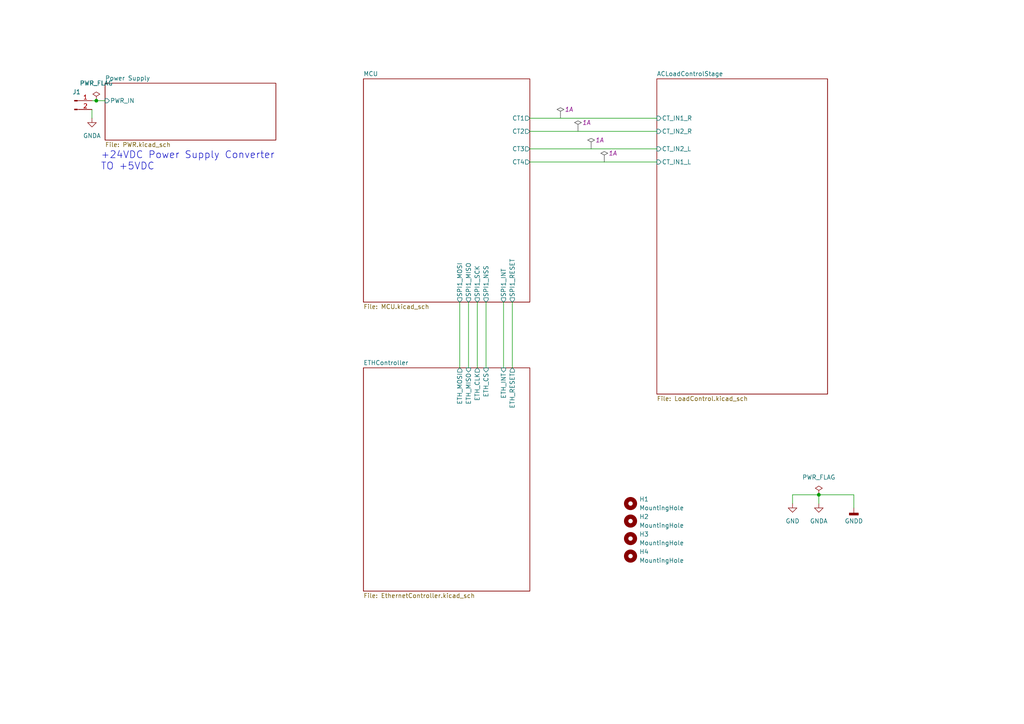
<source format=kicad_sch>
(kicad_sch (version 20230121) (generator eeschema)

  (uuid 8b26b071-6d20-4c0c-9c0f-ae0c3d2c6e7d)

  (paper "A4")

  (lib_symbols
    (symbol "Connector:Conn_01x02_Pin" (pin_names (offset 1.016) hide) (in_bom yes) (on_board yes)
      (property "Reference" "J" (at 0 2.54 0)
        (effects (font (size 1.27 1.27)))
      )
      (property "Value" "Conn_01x02_Pin" (at 0 -5.08 0)
        (effects (font (size 1.27 1.27)))
      )
      (property "Footprint" "" (at 0 0 0)
        (effects (font (size 1.27 1.27)) hide)
      )
      (property "Datasheet" "~" (at 0 0 0)
        (effects (font (size 1.27 1.27)) hide)
      )
      (property "ki_locked" "" (at 0 0 0)
        (effects (font (size 1.27 1.27)))
      )
      (property "ki_keywords" "connector" (at 0 0 0)
        (effects (font (size 1.27 1.27)) hide)
      )
      (property "ki_description" "Generic connector, single row, 01x02, script generated" (at 0 0 0)
        (effects (font (size 1.27 1.27)) hide)
      )
      (property "ki_fp_filters" "Connector*:*_1x??_*" (at 0 0 0)
        (effects (font (size 1.27 1.27)) hide)
      )
      (symbol "Conn_01x02_Pin_1_1"
        (polyline
          (pts
            (xy 1.27 -2.54)
            (xy 0.8636 -2.54)
          )
          (stroke (width 0.1524) (type default))
          (fill (type none))
        )
        (polyline
          (pts
            (xy 1.27 0)
            (xy 0.8636 0)
          )
          (stroke (width 0.1524) (type default))
          (fill (type none))
        )
        (rectangle (start 0.8636 -2.413) (end 0 -2.667)
          (stroke (width 0.1524) (type default))
          (fill (type outline))
        )
        (rectangle (start 0.8636 0.127) (end 0 -0.127)
          (stroke (width 0.1524) (type default))
          (fill (type outline))
        )
        (pin passive line (at 5.08 0 180) (length 3.81)
          (name "Pin_1" (effects (font (size 1.27 1.27))))
          (number "1" (effects (font (size 1.27 1.27))))
        )
        (pin passive line (at 5.08 -2.54 180) (length 3.81)
          (name "Pin_2" (effects (font (size 1.27 1.27))))
          (number "2" (effects (font (size 1.27 1.27))))
        )
      )
    )
    (symbol "Mechanical:MountingHole" (pin_names (offset 1.016)) (in_bom yes) (on_board yes)
      (property "Reference" "H" (at 0 5.08 0)
        (effects (font (size 1.27 1.27)))
      )
      (property "Value" "MountingHole" (at 0 3.175 0)
        (effects (font (size 1.27 1.27)))
      )
      (property "Footprint" "" (at 0 0 0)
        (effects (font (size 1.27 1.27)) hide)
      )
      (property "Datasheet" "~" (at 0 0 0)
        (effects (font (size 1.27 1.27)) hide)
      )
      (property "ki_keywords" "mounting hole" (at 0 0 0)
        (effects (font (size 1.27 1.27)) hide)
      )
      (property "ki_description" "Mounting Hole without connection" (at 0 0 0)
        (effects (font (size 1.27 1.27)) hide)
      )
      (property "ki_fp_filters" "MountingHole*" (at 0 0 0)
        (effects (font (size 1.27 1.27)) hide)
      )
      (symbol "MountingHole_0_1"
        (circle (center 0 0) (radius 1.27)
          (stroke (width 1.27) (type default))
          (fill (type none))
        )
      )
    )
    (symbol "power:GND" (power) (pin_names (offset 0)) (in_bom yes) (on_board yes)
      (property "Reference" "#PWR" (at 0 -6.35 0)
        (effects (font (size 1.27 1.27)) hide)
      )
      (property "Value" "GND" (at 0 -3.81 0)
        (effects (font (size 1.27 1.27)))
      )
      (property "Footprint" "" (at 0 0 0)
        (effects (font (size 1.27 1.27)) hide)
      )
      (property "Datasheet" "" (at 0 0 0)
        (effects (font (size 1.27 1.27)) hide)
      )
      (property "ki_keywords" "global power" (at 0 0 0)
        (effects (font (size 1.27 1.27)) hide)
      )
      (property "ki_description" "Power symbol creates a global label with name \"GND\" , ground" (at 0 0 0)
        (effects (font (size 1.27 1.27)) hide)
      )
      (symbol "GND_0_1"
        (polyline
          (pts
            (xy 0 0)
            (xy 0 -1.27)
            (xy 1.27 -1.27)
            (xy 0 -2.54)
            (xy -1.27 -1.27)
            (xy 0 -1.27)
          )
          (stroke (width 0) (type default))
          (fill (type none))
        )
      )
      (symbol "GND_1_1"
        (pin power_in line (at 0 0 270) (length 0) hide
          (name "GND" (effects (font (size 1.27 1.27))))
          (number "1" (effects (font (size 1.27 1.27))))
        )
      )
    )
    (symbol "power:GNDA" (power) (pin_names (offset 0)) (in_bom yes) (on_board yes)
      (property "Reference" "#PWR" (at 0 -6.35 0)
        (effects (font (size 1.27 1.27)) hide)
      )
      (property "Value" "GNDA" (at 0 -3.81 0)
        (effects (font (size 1.27 1.27)))
      )
      (property "Footprint" "" (at 0 0 0)
        (effects (font (size 1.27 1.27)) hide)
      )
      (property "Datasheet" "" (at 0 0 0)
        (effects (font (size 1.27 1.27)) hide)
      )
      (property "ki_keywords" "global power" (at 0 0 0)
        (effects (font (size 1.27 1.27)) hide)
      )
      (property "ki_description" "Power symbol creates a global label with name \"GNDA\" , analog ground" (at 0 0 0)
        (effects (font (size 1.27 1.27)) hide)
      )
      (symbol "GNDA_0_1"
        (polyline
          (pts
            (xy 0 0)
            (xy 0 -1.27)
            (xy 1.27 -1.27)
            (xy 0 -2.54)
            (xy -1.27 -1.27)
            (xy 0 -1.27)
          )
          (stroke (width 0) (type default))
          (fill (type none))
        )
      )
      (symbol "GNDA_1_1"
        (pin power_in line (at 0 0 270) (length 0) hide
          (name "GNDA" (effects (font (size 1.27 1.27))))
          (number "1" (effects (font (size 1.27 1.27))))
        )
      )
    )
    (symbol "power:GNDD" (power) (pin_names (offset 0)) (in_bom yes) (on_board yes)
      (property "Reference" "#PWR" (at 0 -6.35 0)
        (effects (font (size 1.27 1.27)) hide)
      )
      (property "Value" "GNDD" (at 0 -3.175 0)
        (effects (font (size 1.27 1.27)))
      )
      (property "Footprint" "" (at 0 0 0)
        (effects (font (size 1.27 1.27)) hide)
      )
      (property "Datasheet" "" (at 0 0 0)
        (effects (font (size 1.27 1.27)) hide)
      )
      (property "ki_keywords" "global power" (at 0 0 0)
        (effects (font (size 1.27 1.27)) hide)
      )
      (property "ki_description" "Power symbol creates a global label with name \"GNDD\" , digital ground" (at 0 0 0)
        (effects (font (size 1.27 1.27)) hide)
      )
      (symbol "GNDD_0_1"
        (rectangle (start -1.27 -1.524) (end 1.27 -2.032)
          (stroke (width 0.254) (type default))
          (fill (type outline))
        )
        (polyline
          (pts
            (xy 0 0)
            (xy 0 -1.524)
          )
          (stroke (width 0) (type default))
          (fill (type none))
        )
      )
      (symbol "GNDD_1_1"
        (pin power_in line (at 0 0 270) (length 0) hide
          (name "GNDD" (effects (font (size 1.27 1.27))))
          (number "1" (effects (font (size 1.27 1.27))))
        )
      )
    )
    (symbol "power:PWR_FLAG" (power) (pin_numbers hide) (pin_names (offset 0) hide) (in_bom yes) (on_board yes)
      (property "Reference" "#FLG" (at 0 1.905 0)
        (effects (font (size 1.27 1.27)) hide)
      )
      (property "Value" "PWR_FLAG" (at 0 3.81 0)
        (effects (font (size 1.27 1.27)))
      )
      (property "Footprint" "" (at 0 0 0)
        (effects (font (size 1.27 1.27)) hide)
      )
      (property "Datasheet" "~" (at 0 0 0)
        (effects (font (size 1.27 1.27)) hide)
      )
      (property "ki_keywords" "flag power" (at 0 0 0)
        (effects (font (size 1.27 1.27)) hide)
      )
      (property "ki_description" "Special symbol for telling ERC where power comes from" (at 0 0 0)
        (effects (font (size 1.27 1.27)) hide)
      )
      (symbol "PWR_FLAG_0_0"
        (pin power_out line (at 0 0 90) (length 0)
          (name "pwr" (effects (font (size 1.27 1.27))))
          (number "1" (effects (font (size 1.27 1.27))))
        )
      )
      (symbol "PWR_FLAG_0_1"
        (polyline
          (pts
            (xy 0 0)
            (xy 0 1.27)
            (xy -1.016 1.905)
            (xy 0 2.54)
            (xy 1.016 1.905)
            (xy 0 1.27)
          )
          (stroke (width 0) (type default))
          (fill (type none))
        )
      )
    )
  )

  (junction (at 237.49 143.51) (diameter 0) (color 0 0 0 0)
    (uuid 1e403f5e-5f73-4248-9e5c-09437ddf0cf9)
  )
  (junction (at 27.94 29.21) (diameter 0) (color 0 0 0 0)
    (uuid 4f61dd05-2fbd-48f4-9887-3d1fea4a117c)
  )

  (wire (pts (xy 133.35 87.63) (xy 133.35 106.68))
    (stroke (width 0) (type default))
    (uuid 0e9bee04-33fd-4e45-a8c4-6a76a1c1b42f)
  )
  (wire (pts (xy 26.67 29.21) (xy 27.94 29.21))
    (stroke (width 0) (type default))
    (uuid 1383ee76-2198-4aa3-9187-ba51f7db6172)
  )
  (wire (pts (xy 247.65 147.32) (xy 247.65 143.51))
    (stroke (width 0) (type default))
    (uuid 1f98d848-d4cf-429e-911a-1b78769edcff)
  )
  (wire (pts (xy 140.97 87.63) (xy 140.97 106.68))
    (stroke (width 0) (type default))
    (uuid 24fc6b8a-4ee7-49ef-b871-9cace5665549)
  )
  (wire (pts (xy 146.05 87.63) (xy 146.05 106.68))
    (stroke (width 0) (type default))
    (uuid 2fb15fae-c547-420c-a6ed-2228ea462124)
  )
  (wire (pts (xy 153.67 46.99) (xy 190.5 46.99))
    (stroke (width 0) (type default))
    (uuid 3904ed09-3f91-4695-a662-e51b95cbf4ac)
  )
  (wire (pts (xy 138.43 87.63) (xy 138.43 106.68))
    (stroke (width 0) (type default))
    (uuid 3df83e82-aa27-4a6a-80cb-fc7d84894dc0)
  )
  (wire (pts (xy 148.59 87.63) (xy 148.59 106.68))
    (stroke (width 0) (type default))
    (uuid 47622b96-f9c9-42c0-96ab-d52549f3ae91)
  )
  (wire (pts (xy 26.67 31.75) (xy 26.67 34.29))
    (stroke (width 0) (type default))
    (uuid 6cf23649-653c-4b06-bb2b-9c4394cce4cc)
  )
  (wire (pts (xy 237.49 143.51) (xy 229.87 143.51))
    (stroke (width 0) (type default))
    (uuid 823504d9-f3e4-4ddf-aff9-97bf1ceb0fc0)
  )
  (wire (pts (xy 153.67 43.18) (xy 190.5 43.18))
    (stroke (width 0) (type default))
    (uuid 9210a195-7681-4b7a-9bdc-ea7f7eac0104)
  )
  (wire (pts (xy 153.67 34.29) (xy 190.5 34.29))
    (stroke (width 0) (type default))
    (uuid 94901c82-8c6d-4584-b8d0-99d6aefdce34)
  )
  (wire (pts (xy 247.65 143.51) (xy 237.49 143.51))
    (stroke (width 0) (type default))
    (uuid 9c44c3c6-1dae-4c63-97b9-6f0f0771a498)
  )
  (wire (pts (xy 135.89 87.63) (xy 135.89 106.68))
    (stroke (width 0) (type default))
    (uuid a2a209d8-59a2-4dd6-aad3-cda925c9ccc6)
  )
  (wire (pts (xy 153.67 38.1) (xy 190.5 38.1))
    (stroke (width 0) (type default))
    (uuid cde4119d-6ed2-4c6d-969d-14a144cfeb50)
  )
  (wire (pts (xy 229.87 143.51) (xy 229.87 146.05))
    (stroke (width 0) (type default))
    (uuid d45b1606-b0f0-41e2-adf1-2b3da5c9ed90)
  )
  (wire (pts (xy 237.49 143.51) (xy 237.49 146.05))
    (stroke (width 0) (type default))
    (uuid d9906c48-1a24-407f-9579-3d81f9f8a38c)
  )
  (wire (pts (xy 27.94 29.21) (xy 30.48 29.21))
    (stroke (width 0) (type default))
    (uuid e556f74d-289d-44b5-b2e5-8d1e26d0d473)
  )

  (text "+24VDC Power Supply Converter\nTO +5VDC" (at 29.21 49.53 0)
    (effects (font (size 2.032 2.032)) (justify left bottom))
    (uuid ffef9475-6ae4-4f2b-8822-e2b02ddc915c)
  )

  (netclass_flag "" (length 2.54) (shape diamond) (at 162.56 34.29 0) (fields_autoplaced)
    (effects (font (size 1.27 1.27)) (justify left bottom))
    (uuid 238d7cbe-6081-4419-9eb6-c8b0e7d463d2)
    (property "Netclass" "1A" (at 163.7665 31.75 0)
      (effects (font (size 1.27 1.27) italic) (justify left))
    )
  )
  (netclass_flag "" (length 2.54) (shape diamond) (at 171.45 43.18 0) (fields_autoplaced)
    (effects (font (size 1.27 1.27)) (justify left bottom))
    (uuid 3297e22d-a013-42b3-8b5c-4856df546b2f)
    (property "Netclass" "1A" (at 172.6565 40.64 0)
      (effects (font (size 1.27 1.27) italic) (justify left))
    )
  )
  (netclass_flag "" (length 2.54) (shape diamond) (at 167.64 38.1 0) (fields_autoplaced)
    (effects (font (size 1.27 1.27)) (justify left bottom))
    (uuid 8ccdd63e-20fa-488e-90f7-76ee2afb7364)
    (property "Netclass" "1A" (at 168.8465 35.56 0)
      (effects (font (size 1.27 1.27) italic) (justify left))
    )
  )
  (netclass_flag "" (length 2.54) (shape diamond) (at 175.26 46.99 0) (fields_autoplaced)
    (effects (font (size 1.27 1.27)) (justify left bottom))
    (uuid 8f60bd53-55e8-4646-889e-5b03cf834aeb)
    (property "Netclass" "1A" (at 176.4665 44.45 0)
      (effects (font (size 1.27 1.27) italic) (justify left))
    )
  )

  (symbol (lib_id "Mechanical:MountingHole") (at 182.88 156.21 0) (unit 1)
    (in_bom yes) (on_board yes) (dnp no) (fields_autoplaced)
    (uuid 23bd6bde-cb04-4340-a558-6456c1c47f0e)
    (property "Reference" "H3" (at 185.42 154.94 0)
      (effects (font (size 1.27 1.27)) (justify left))
    )
    (property "Value" "MountingHole" (at 185.42 157.48 0)
      (effects (font (size 1.27 1.27)) (justify left))
    )
    (property "Footprint" "MountingHole:MountingHole_3.2mm_M3" (at 182.88 156.21 0)
      (effects (font (size 1.27 1.27)) hide)
    )
    (property "Datasheet" "~" (at 182.88 156.21 0)
      (effects (font (size 1.27 1.27)) hide)
    )
    (instances
      (project "LoadController"
        (path "/8b26b071-6d20-4c0c-9c0f-ae0c3d2c6e7d"
          (reference "H3") (unit 1)
        )
      )
    )
  )

  (symbol (lib_id "power:GNDA") (at 237.49 146.05 0) (unit 1)
    (in_bom yes) (on_board yes) (dnp no) (fields_autoplaced)
    (uuid 303fe865-7fe6-4b7d-b7ea-dd9c8a8b4c94)
    (property "Reference" "#PWR03" (at 237.49 152.4 0)
      (effects (font (size 1.27 1.27)) hide)
    )
    (property "Value" "GNDA" (at 237.49 151.13 0)
      (effects (font (size 1.27 1.27)))
    )
    (property "Footprint" "" (at 237.49 146.05 0)
      (effects (font (size 1.27 1.27)) hide)
    )
    (property "Datasheet" "" (at 237.49 146.05 0)
      (effects (font (size 1.27 1.27)) hide)
    )
    (pin "1" (uuid 34192a69-ed95-4f28-92c2-259beb32443b))
    (instances
      (project "LoadController"
        (path "/8b26b071-6d20-4c0c-9c0f-ae0c3d2c6e7d"
          (reference "#PWR03") (unit 1)
        )
      )
    )
  )

  (symbol (lib_id "Mechanical:MountingHole") (at 182.88 151.13 0) (unit 1)
    (in_bom yes) (on_board yes) (dnp no) (fields_autoplaced)
    (uuid 45e35d7d-f2e3-41a8-97ac-d9189f6db861)
    (property "Reference" "H2" (at 185.42 149.86 0)
      (effects (font (size 1.27 1.27)) (justify left))
    )
    (property "Value" "MountingHole" (at 185.42 152.4 0)
      (effects (font (size 1.27 1.27)) (justify left))
    )
    (property "Footprint" "MountingHole:MountingHole_3.2mm_M3" (at 182.88 151.13 0)
      (effects (font (size 1.27 1.27)) hide)
    )
    (property "Datasheet" "~" (at 182.88 151.13 0)
      (effects (font (size 1.27 1.27)) hide)
    )
    (instances
      (project "LoadController"
        (path "/8b26b071-6d20-4c0c-9c0f-ae0c3d2c6e7d"
          (reference "H2") (unit 1)
        )
      )
    )
  )

  (symbol (lib_id "Connector:Conn_01x02_Pin") (at 21.59 29.21 0) (unit 1)
    (in_bom yes) (on_board yes) (dnp no) (fields_autoplaced)
    (uuid 5f1e522d-a5b3-40aa-ba64-0a24ce04a671)
    (property "Reference" "J1" (at 22.225 26.67 0)
      (effects (font (size 1.27 1.27)))
    )
    (property "Value" "Conn_01x02_Pin" (at 22.225 26.67 0)
      (effects (font (size 1.27 1.27)) hide)
    )
    (property "Footprint" "Connector_Phoenix_MC_HighVoltage:PhoenixContact_MC_1,5_2-G-5.08_1x02_P5.08mm_Horizontal" (at 21.59 29.21 0)
      (effects (font (size 1.27 1.27)) hide)
    )
    (property "Datasheet" "~" (at 21.59 29.21 0)
      (effects (font (size 1.27 1.27)) hide)
    )
    (pin "1" (uuid ddada7fe-b31a-4392-b333-8ff71bf8f384))
    (pin "2" (uuid 947294bc-c03d-4cc0-b48e-87a75ecc0a0d))
    (instances
      (project "LoadController"
        (path "/8b26b071-6d20-4c0c-9c0f-ae0c3d2c6e7d"
          (reference "J1") (unit 1)
        )
      )
    )
  )

  (symbol (lib_id "power:PWR_FLAG") (at 27.94 29.21 0) (unit 1)
    (in_bom yes) (on_board yes) (dnp no) (fields_autoplaced)
    (uuid 70d7411e-bfc9-45f4-ba93-efe27a52de42)
    (property "Reference" "#FLG03" (at 27.94 27.305 0)
      (effects (font (size 1.27 1.27)) hide)
    )
    (property "Value" "PWR_FLAG" (at 27.94 24.13 0)
      (effects (font (size 1.27 1.27)))
    )
    (property "Footprint" "" (at 27.94 29.21 0)
      (effects (font (size 1.27 1.27)) hide)
    )
    (property "Datasheet" "~" (at 27.94 29.21 0)
      (effects (font (size 1.27 1.27)) hide)
    )
    (pin "1" (uuid 1120e6bd-13d3-4a80-9bf8-592e6497fb02))
    (instances
      (project "LoadController"
        (path "/8b26b071-6d20-4c0c-9c0f-ae0c3d2c6e7d"
          (reference "#FLG03") (unit 1)
        )
      )
    )
  )

  (symbol (lib_id "power:GNDA") (at 26.67 34.29 0) (unit 1)
    (in_bom yes) (on_board yes) (dnp no) (fields_autoplaced)
    (uuid 980bc38f-a3ea-40ad-b376-1f95ec854f09)
    (property "Reference" "#PWR01" (at 26.67 40.64 0)
      (effects (font (size 1.27 1.27)) hide)
    )
    (property "Value" "GNDA" (at 26.67 39.37 0)
      (effects (font (size 1.27 1.27)))
    )
    (property "Footprint" "" (at 26.67 34.29 0)
      (effects (font (size 1.27 1.27)) hide)
    )
    (property "Datasheet" "" (at 26.67 34.29 0)
      (effects (font (size 1.27 1.27)) hide)
    )
    (pin "1" (uuid 352139e2-a00c-4492-9205-a0f0e55ffeb5))
    (instances
      (project "LoadController"
        (path "/8b26b071-6d20-4c0c-9c0f-ae0c3d2c6e7d"
          (reference "#PWR01") (unit 1)
        )
      )
    )
  )

  (symbol (lib_id "Mechanical:MountingHole") (at 182.88 146.05 0) (unit 1)
    (in_bom yes) (on_board yes) (dnp no) (fields_autoplaced)
    (uuid ab310fa8-87b3-47d8-a288-dfa6eb9b4fb5)
    (property "Reference" "H1" (at 185.42 144.78 0)
      (effects (font (size 1.27 1.27)) (justify left))
    )
    (property "Value" "MountingHole" (at 185.42 147.32 0)
      (effects (font (size 1.27 1.27)) (justify left))
    )
    (property "Footprint" "MountingHole:MountingHole_3.2mm_M3" (at 182.88 146.05 0)
      (effects (font (size 1.27 1.27)) hide)
    )
    (property "Datasheet" "~" (at 182.88 146.05 0)
      (effects (font (size 1.27 1.27)) hide)
    )
    (instances
      (project "LoadController"
        (path "/8b26b071-6d20-4c0c-9c0f-ae0c3d2c6e7d"
          (reference "H1") (unit 1)
        )
      )
    )
  )

  (symbol (lib_id "power:GNDD") (at 247.65 147.32 0) (unit 1)
    (in_bom yes) (on_board yes) (dnp no)
    (uuid b4c335b2-25c1-4e42-bc4c-61c1c618d6d8)
    (property "Reference" "#PWR04" (at 247.65 153.67 0)
      (effects (font (size 1.27 1.27)) hide)
    )
    (property "Value" "GNDD" (at 247.65 151.13 0)
      (effects (font (size 1.27 1.27)))
    )
    (property "Footprint" "" (at 247.65 147.32 0)
      (effects (font (size 1.27 1.27)) hide)
    )
    (property "Datasheet" "" (at 247.65 147.32 0)
      (effects (font (size 1.27 1.27)) hide)
    )
    (pin "1" (uuid 846b4175-9ef3-4cd4-aa56-94c85e3110bf))
    (instances
      (project "LoadController"
        (path "/8b26b071-6d20-4c0c-9c0f-ae0c3d2c6e7d"
          (reference "#PWR04") (unit 1)
        )
      )
    )
  )

  (symbol (lib_id "power:PWR_FLAG") (at 237.49 143.51 0) (unit 1)
    (in_bom yes) (on_board yes) (dnp no) (fields_autoplaced)
    (uuid c3b6ee09-ec97-4090-ac77-556c6e12d5ab)
    (property "Reference" "#FLG01" (at 237.49 141.605 0)
      (effects (font (size 1.27 1.27)) hide)
    )
    (property "Value" "PWR_FLAG" (at 237.49 138.43 0)
      (effects (font (size 1.27 1.27)))
    )
    (property "Footprint" "" (at 237.49 143.51 0)
      (effects (font (size 1.27 1.27)) hide)
    )
    (property "Datasheet" "~" (at 237.49 143.51 0)
      (effects (font (size 1.27 1.27)) hide)
    )
    (pin "1" (uuid c46195b3-8097-4c7c-8bb8-e1932155d034))
    (instances
      (project "LoadController"
        (path "/8b26b071-6d20-4c0c-9c0f-ae0c3d2c6e7d"
          (reference "#FLG01") (unit 1)
        )
      )
    )
  )

  (symbol (lib_id "Mechanical:MountingHole") (at 182.88 161.29 0) (unit 1)
    (in_bom yes) (on_board yes) (dnp no) (fields_autoplaced)
    (uuid dd308e8e-4f61-4b31-84c3-c05f640adb17)
    (property "Reference" "H4" (at 185.42 160.02 0)
      (effects (font (size 1.27 1.27)) (justify left))
    )
    (property "Value" "MountingHole" (at 185.42 162.56 0)
      (effects (font (size 1.27 1.27)) (justify left))
    )
    (property "Footprint" "MountingHole:MountingHole_3.2mm_M3" (at 182.88 161.29 0)
      (effects (font (size 1.27 1.27)) hide)
    )
    (property "Datasheet" "~" (at 182.88 161.29 0)
      (effects (font (size 1.27 1.27)) hide)
    )
    (instances
      (project "LoadController"
        (path "/8b26b071-6d20-4c0c-9c0f-ae0c3d2c6e7d"
          (reference "H4") (unit 1)
        )
      )
    )
  )

  (symbol (lib_id "power:GND") (at 229.87 146.05 0) (unit 1)
    (in_bom yes) (on_board yes) (dnp no) (fields_autoplaced)
    (uuid ed31e186-2e61-4af2-91d3-6ec80617300b)
    (property "Reference" "#PWR02" (at 229.87 152.4 0)
      (effects (font (size 1.27 1.27)) hide)
    )
    (property "Value" "GND" (at 229.87 151.13 0)
      (effects (font (size 1.27 1.27)))
    )
    (property "Footprint" "" (at 229.87 146.05 0)
      (effects (font (size 1.27 1.27)) hide)
    )
    (property "Datasheet" "" (at 229.87 146.05 0)
      (effects (font (size 1.27 1.27)) hide)
    )
    (pin "1" (uuid 3a77b991-c5c7-4be5-9c62-e92e46cf9e43))
    (instances
      (project "LoadController"
        (path "/8b26b071-6d20-4c0c-9c0f-ae0c3d2c6e7d"
          (reference "#PWR02") (unit 1)
        )
      )
    )
  )

  (sheet (at 30.48 24.13) (size 49.53 16.51) (fields_autoplaced)
    (stroke (width 0.1524) (type solid))
    (fill (color 0 0 0 0.0000))
    (uuid 7e4e3a70-3167-44cf-b71a-4977699c77cd)
    (property "Sheetname" "Power Supply" (at 30.48 23.4184 0)
      (effects (font (size 1.27 1.27)) (justify left bottom))
    )
    (property "Sheetfile" "PWR.kicad_sch" (at 30.48 41.2246 0)
      (effects (font (size 1.27 1.27)) (justify left top))
    )
    (pin "PWR_IN" input (at 30.48 29.21 180)
      (effects (font (size 1.27 1.27)) (justify left))
      (uuid 88b8cae1-f6f8-40fd-b647-1346c32ae1a9)
    )
    (instances
      (project "LoadController"
        (path "/8b26b071-6d20-4c0c-9c0f-ae0c3d2c6e7d" (page "5"))
      )
    )
  )

  (sheet (at 105.41 106.68) (size 48.26 64.77) (fields_autoplaced)
    (stroke (width 0.1524) (type solid))
    (fill (color 0 0 0 0.0000))
    (uuid bdb36788-cf74-484a-b1b5-5ba31487f78f)
    (property "Sheetname" "ETHController" (at 105.41 105.9684 0)
      (effects (font (size 1.27 1.27)) (justify left bottom))
    )
    (property "Sheetfile" "EthernetController.kicad_sch" (at 105.41 172.0346 0)
      (effects (font (size 1.27 1.27)) (justify left top))
    )
    (pin "ETH_CLK" output (at 138.43 106.68 90)
      (effects (font (size 1.27 1.27)) (justify right))
      (uuid c65c0764-8d76-404c-9f37-ccaf7374e337)
    )
    (pin "ETH_INT" input (at 146.05 106.68 90)
      (effects (font (size 1.27 1.27)) (justify right))
      (uuid 9dfed65f-79db-4dc0-97dc-2d7b7deadc9f)
    )
    (pin "ETH_RESET" output (at 148.59 106.68 90)
      (effects (font (size 1.27 1.27)) (justify right))
      (uuid ec6c42b7-6c0a-4934-8137-2a0b8e2e1778)
    )
    (pin "ETH_MOSI" output (at 133.35 106.68 90)
      (effects (font (size 1.27 1.27)) (justify right))
      (uuid e1804046-2b03-4937-a740-48e248457155)
    )
    (pin "ETH_CS" input (at 140.97 106.68 90)
      (effects (font (size 1.27 1.27)) (justify right))
      (uuid ec91f828-9f35-40f1-9853-0bf1e735bdbe)
    )
    (pin "ETH_MISO" input (at 135.89 106.68 90)
      (effects (font (size 1.27 1.27)) (justify right))
      (uuid e9be9792-7c86-42b8-a2cc-71d3b1bbf1d6)
    )
    (instances
      (project "LoadController"
        (path "/8b26b071-6d20-4c0c-9c0f-ae0c3d2c6e7d" (page "2"))
      )
    )
  )

  (sheet (at 105.41 22.86) (size 48.26 64.77) (fields_autoplaced)
    (stroke (width 0.1524) (type solid))
    (fill (color 0 0 0 0.0000))
    (uuid ec047de0-1a06-44a6-a27a-c2aaaaa63e3c)
    (property "Sheetname" "MCU" (at 105.41 22.1484 0)
      (effects (font (size 1.27 1.27)) (justify left bottom))
    )
    (property "Sheetfile" "MCU.kicad_sch" (at 105.41 88.2146 0)
      (effects (font (size 1.27 1.27)) (justify left top))
    )
    (pin "SPI1_MOSI" output (at 133.35 87.63 270)
      (effects (font (size 1.27 1.27)) (justify left))
      (uuid 8dd34005-f788-4eb0-90f9-f5b9afe47596)
    )
    (pin "SPI1_SCK" output (at 138.43 87.63 270)
      (effects (font (size 1.27 1.27)) (justify left))
      (uuid 4d2881a1-ba5e-4e55-9798-1c8050e51bb5)
    )
    (pin "SPI1_MISO" output (at 135.89 87.63 270)
      (effects (font (size 1.27 1.27)) (justify left))
      (uuid f149fe04-2300-46ac-8c91-60f912a44575)
    )
    (pin "SPI1_NSS" output (at 140.97 87.63 270)
      (effects (font (size 1.27 1.27)) (justify left))
      (uuid d01f5081-11ae-4d2b-8ac0-6eccd94a9626)
    )
    (pin "SPI1_INT" output (at 146.05 87.63 270)
      (effects (font (size 1.27 1.27)) (justify left))
      (uuid 970e97ba-b93d-4695-83aa-817d7884595d)
    )
    (pin "SPI1_RESET" output (at 148.59 87.63 270)
      (effects (font (size 1.27 1.27)) (justify left))
      (uuid 27040dea-e433-433d-bfa1-75f3e97dfc70)
    )
    (pin "CT4" output (at 153.67 46.99 0)
      (effects (font (size 1.27 1.27)) (justify right))
      (uuid 2ad1f749-eb24-422f-80c7-fd96ccdbd56d)
    )
    (pin "CT1" output (at 153.67 34.29 0)
      (effects (font (size 1.27 1.27)) (justify right))
      (uuid bd9f6a08-3c6c-4eb3-a46d-c4475287e12b)
    )
    (pin "CT3" output (at 153.67 43.18 0)
      (effects (font (size 1.27 1.27)) (justify right))
      (uuid 82b0fd8e-68cf-4216-9ba7-8fdc4620e7de)
    )
    (pin "CT2" output (at 153.67 38.1 0)
      (effects (font (size 1.27 1.27)) (justify right))
      (uuid dea78771-2bf3-47c3-91e2-128a508cc763)
    )
    (instances
      (project "LoadController"
        (path "/8b26b071-6d20-4c0c-9c0f-ae0c3d2c6e7d" (page "3"))
      )
    )
  )

  (sheet (at 190.5 22.86) (size 49.53 91.44) (fields_autoplaced)
    (stroke (width 0.1524) (type solid))
    (fill (color 0 0 0 0.0000))
    (uuid f445ee41-8248-4592-ac54-c47e36c0bbc8)
    (property "Sheetname" "ACLoadControlStage" (at 190.5 22.1484 0)
      (effects (font (size 1.27 1.27)) (justify left bottom))
    )
    (property "Sheetfile" "LoadControl.kicad_sch" (at 190.5 114.8846 0)
      (effects (font (size 1.27 1.27)) (justify left top))
    )
    (pin "CT_IN1_R" input (at 190.5 34.29 180)
      (effects (font (size 1.27 1.27)) (justify left))
      (uuid 3b16636f-8a26-42d1-9092-0be7ad4a4012)
    )
    (pin "CT_IN1_L" input (at 190.5 46.99 180)
      (effects (font (size 1.27 1.27)) (justify left))
      (uuid 6f55e2a7-5974-4263-aada-0a30b90a7dd4)
    )
    (pin "CT_IN2_L" input (at 190.5 43.18 180)
      (effects (font (size 1.27 1.27)) (justify left))
      (uuid 20d2e7c5-6301-45b7-8b26-7f6f1cf8f439)
    )
    (pin "CT_IN2_R" input (at 190.5 38.1 180)
      (effects (font (size 1.27 1.27)) (justify left))
      (uuid dbd9aa29-186f-4ba4-b812-d732073999e9)
    )
    (instances
      (project "LoadController"
        (path "/8b26b071-6d20-4c0c-9c0f-ae0c3d2c6e7d" (page "4"))
      )
    )
  )

  (sheet_instances
    (path "/" (page "1"))
  )
)

</source>
